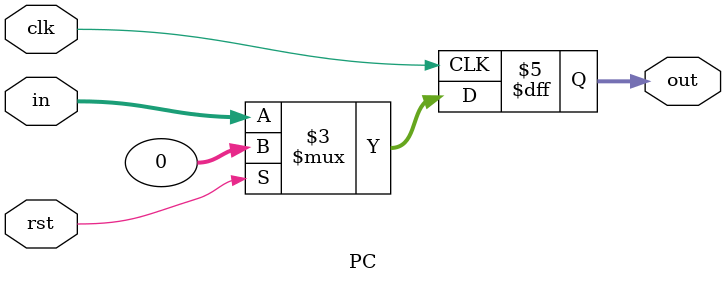
<source format=sv>

module PC #(parameter WIDTH = 32) (
    input logic clk, rst,
    input logic [WIDTH - 1: 0] in,
    output logic [WIDTH - 1: 0] out
);
    //Setting the PC
    logic [WIDTH -1:0] pc;

    //Funtionality
    always_ff @(posedge clk ) begin
        if (rst) begin
            out <= 'd0;
        end else 
            out <= in;
    end
endmodule
</source>
